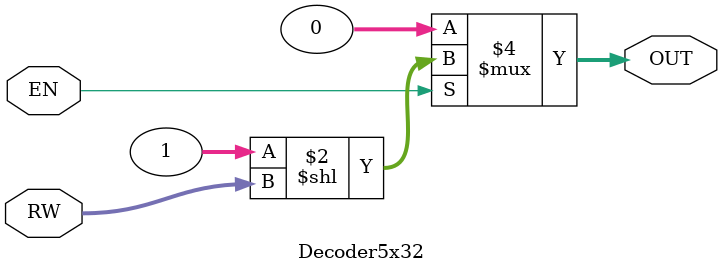
<source format=v>

module Decoder5x32 (
    input [4:0] RW,
    input EN,
    output reg [31:0] OUT  
);

    always @(*) begin
        if (EN ) 
            OUT = 32'b1 << RW; // Out is 0x0001 and that 1 will be shifted RW times to the left to calculate 
                               // the register that will be enabled. Ex: if RW=0x000 then OUT=0x0001, if RW=0x001 then OUT=0x0002
        else
            OUT = 32'b0; // If EN is 0 then no register will be selected 
        
    end

endmodule

</source>
